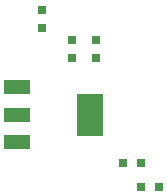
<source format=gbr>
G04 EAGLE Gerber X2 export*
%TF.Part,Single*%
%TF.FileFunction,Paste,Bot*%
%TF.FilePolarity,Positive*%
%TF.GenerationSoftware,Autodesk,EAGLE,8.7.0*%
%TF.CreationDate,2021-03-05T05:11:20Z*%
G75*
%MOMM*%
%FSLAX34Y34*%
%LPD*%
%AMOC8*
5,1,8,0,0,1.08239X$1,22.5*%
G01*
%ADD10R,0.800000X0.800000*%
%ADD11R,2.235200X1.219200*%
%ADD12R,2.200000X3.600000*%


D10*
X91440Y226060D03*
X91440Y210820D03*
X137160Y185420D03*
X137160Y200660D03*
X116840Y185420D03*
X116840Y200660D03*
X190500Y76200D03*
X175260Y76200D03*
X175260Y96520D03*
X160020Y96520D03*
D11*
X70612Y114046D03*
X70612Y137160D03*
X70612Y160274D03*
D12*
X132590Y137160D03*
M02*

</source>
